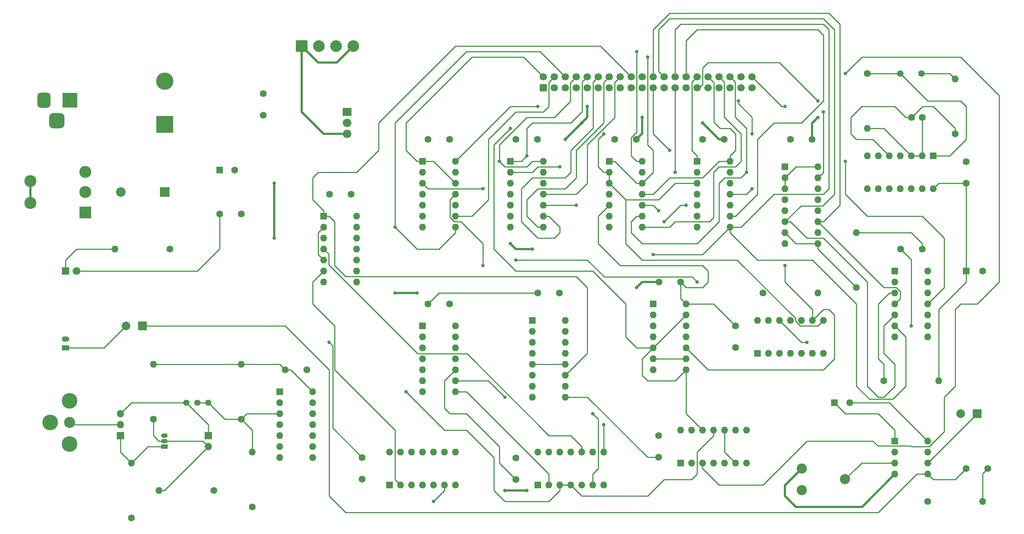
<source format=gbr>
%TF.GenerationSoftware,KiCad,Pcbnew,(6.0.5)*%
%TF.CreationDate,2022-11-22T19:08:20-05:00*%
%TF.ProjectId,full video board,66756c6c-2076-4696-9465-6f20626f6172,rev?*%
%TF.SameCoordinates,Original*%
%TF.FileFunction,Copper,L1,Top*%
%TF.FilePolarity,Positive*%
%FSLAX46Y46*%
G04 Gerber Fmt 4.6, Leading zero omitted, Abs format (unit mm)*
G04 Created by KiCad (PCBNEW (6.0.5)) date 2022-11-22 19:08:20*
%MOMM*%
%LPD*%
G01*
G04 APERTURE LIST*
G04 Aperture macros list*
%AMRoundRect*
0 Rectangle with rounded corners*
0 $1 Rounding radius*
0 $2 $3 $4 $5 $6 $7 $8 $9 X,Y pos of 4 corners*
0 Add a 4 corners polygon primitive as box body*
4,1,4,$2,$3,$4,$5,$6,$7,$8,$9,$2,$3,0*
0 Add four circle primitives for the rounded corners*
1,1,$1+$1,$2,$3*
1,1,$1+$1,$4,$5*
1,1,$1+$1,$6,$7*
1,1,$1+$1,$8,$9*
0 Add four rect primitives between the rounded corners*
20,1,$1+$1,$2,$3,$4,$5,0*
20,1,$1+$1,$4,$5,$6,$7,0*
20,1,$1+$1,$6,$7,$8,$9,0*
20,1,$1+$1,$8,$9,$2,$3,0*%
G04 Aperture macros list end*
%TA.AperFunction,ComponentPad*%
%ADD10RoundRect,0.250001X-1.099999X-1.099999X1.099999X-1.099999X1.099999X1.099999X-1.099999X1.099999X0*%
%TD*%
%TA.AperFunction,ComponentPad*%
%ADD11C,2.700000*%
%TD*%
%TA.AperFunction,ComponentPad*%
%ADD12R,1.700000X1.700000*%
%TD*%
%TA.AperFunction,ComponentPad*%
%ADD13O,1.700000X1.700000*%
%TD*%
%TA.AperFunction,ComponentPad*%
%ADD14RoundRect,0.250000X0.600000X-0.600000X0.600000X0.600000X-0.600000X0.600000X-0.600000X-0.600000X0*%
%TD*%
%TA.AperFunction,ComponentPad*%
%ADD15C,1.700000*%
%TD*%
%TA.AperFunction,ComponentPad*%
%ADD16C,1.500000*%
%TD*%
%TA.AperFunction,ComponentPad*%
%ADD17R,2.000000X1.905000*%
%TD*%
%TA.AperFunction,ComponentPad*%
%ADD18O,2.000000X1.905000*%
%TD*%
%TA.AperFunction,ComponentPad*%
%ADD19R,1.600000X1.600000*%
%TD*%
%TA.AperFunction,ComponentPad*%
%ADD20O,1.600000X1.600000*%
%TD*%
%TA.AperFunction,ComponentPad*%
%ADD21R,2.775000X2.775000*%
%TD*%
%TA.AperFunction,ComponentPad*%
%ADD22C,2.775000*%
%TD*%
%TA.AperFunction,ComponentPad*%
%ADD23C,1.440000*%
%TD*%
%TA.AperFunction,ComponentPad*%
%ADD24C,2.340000*%
%TD*%
%TA.AperFunction,ComponentPad*%
%ADD25C,1.600000*%
%TD*%
%TA.AperFunction,ComponentPad*%
%ADD26R,1.500000X1.050000*%
%TD*%
%TA.AperFunction,ComponentPad*%
%ADD27O,1.500000X1.050000*%
%TD*%
%TA.AperFunction,ComponentPad*%
%ADD28RoundRect,0.250000X0.625000X-0.350000X0.625000X0.350000X-0.625000X0.350000X-0.625000X-0.350000X0*%
%TD*%
%TA.AperFunction,ComponentPad*%
%ADD29O,1.750000X1.200000*%
%TD*%
%TA.AperFunction,ComponentPad*%
%ADD30R,3.500000X3.500000*%
%TD*%
%TA.AperFunction,ComponentPad*%
%ADD31RoundRect,0.750000X-0.750000X-1.000000X0.750000X-1.000000X0.750000X1.000000X-0.750000X1.000000X0*%
%TD*%
%TA.AperFunction,ComponentPad*%
%ADD32RoundRect,0.875000X-0.875000X-0.875000X0.875000X-0.875000X0.875000X0.875000X-0.875000X0.875000X0*%
%TD*%
%TA.AperFunction,ComponentPad*%
%ADD33C,2.550000*%
%TD*%
%TA.AperFunction,ComponentPad*%
%ADD34C,3.616000*%
%TD*%
%TA.AperFunction,ComponentPad*%
%ADD35R,1.800000X1.800000*%
%TD*%
%TA.AperFunction,ComponentPad*%
%ADD36C,1.800000*%
%TD*%
%TA.AperFunction,ComponentPad*%
%ADD37R,2.200000X2.200000*%
%TD*%
%TA.AperFunction,ComponentPad*%
%ADD38O,2.200000X2.200000*%
%TD*%
%TA.AperFunction,ComponentPad*%
%ADD39R,2.000000X2.000000*%
%TD*%
%TA.AperFunction,ComponentPad*%
%ADD40C,2.000000*%
%TD*%
%TA.AperFunction,ComponentPad*%
%ADD41R,4.000000X4.000000*%
%TD*%
%TA.AperFunction,ComponentPad*%
%ADD42C,4.000000*%
%TD*%
%TA.AperFunction,ViaPad*%
%ADD43C,0.800000*%
%TD*%
%TA.AperFunction,Conductor*%
%ADD44C,0.500000*%
%TD*%
%TA.AperFunction,Conductor*%
%ADD45C,0.250000*%
%TD*%
G04 APERTURE END LIST*
D10*
%TO.P,J4,1,Pin_1*%
%TO.N,+5V*%
X168910000Y-95250000D03*
D11*
%TO.P,J4,2,Pin_2*%
%TO.N,GND*%
X172870000Y-95250000D03*
%TO.P,J4,3,Pin_3*%
X176830000Y-95250000D03*
%TO.P,J4,4,Pin_4*%
%TO.N,+5V*%
X180790000Y-95250000D03*
%TD*%
D12*
%TO.P,JP2,1,A*%
%TO.N,Net-(Q1-Pad1)*%
X127000000Y-185420000D03*
D13*
%TO.P,JP2,2,C*%
%TO.N,VIDEOOUT*%
X127000000Y-182880000D03*
%TO.P,JP2,3,B*%
%TO.N,CVID*%
X127000000Y-180340000D03*
%TD*%
D14*
%TO.P,J2,1,Pin_1*%
%TO.N,unconnected-(J2-Pad1)*%
X224790000Y-104892500D03*
D15*
%TO.P,J2,2,Pin_2*%
%TO.N,1V*%
X224790000Y-102352500D03*
%TO.P,J2,3,Pin_3*%
%TO.N,HBLANK*%
X227330000Y-104892500D03*
%TO.P,J2,4,Pin_4*%
%TO.N,2V*%
X227330000Y-102352500D03*
%TO.P,J2,5,Pin_5*%
%TO.N,HRST*%
X229870000Y-104892500D03*
%TO.P,J2,6,Pin_6*%
%TO.N,4V*%
X229870000Y-102352500D03*
%TO.P,J2,7,Pin_7*%
%TO.N,unconnected-(J2-Pad7)*%
X232410000Y-104892500D03*
%TO.P,J2,8,Pin_8*%
%TO.N,8V*%
X232410000Y-102352500D03*
%TO.P,J2,9,Pin_9*%
%TO.N,+9V*%
X234950000Y-104892500D03*
%TO.P,J2,10,Pin_10*%
%TO.N,16V*%
X234950000Y-102352500D03*
%TO.P,J2,11,Pin_11*%
%TO.N,+9V*%
X237490000Y-104892500D03*
%TO.P,J2,12,Pin_12*%
%TO.N,32V*%
X237490000Y-102352500D03*
%TO.P,J2,13,Pin_13*%
%TO.N,unconnected-(J2-Pad13)*%
X240030000Y-104892500D03*
%TO.P,J2,14,Pin_14*%
%TO.N,64V*%
X240030000Y-102352500D03*
%TO.P,J2,15,Pin_15*%
%TO.N,AUDIN*%
X242570000Y-104892500D03*
%TO.P,J2,16,Pin_16*%
%TO.N,128V*%
X242570000Y-102352500D03*
%TO.P,J2,17,Pin_17*%
%TO.N,unconnected-(J2-Pad17)*%
X245110000Y-104892500D03*
%TO.P,J2,18,Pin_18*%
%TO.N,256V*%
X245110000Y-102352500D03*
%TO.P,J2,19,Pin_19*%
%TO.N,unconnected-(J2-Pad19)*%
X247650000Y-104892500D03*
%TO.P,J2,20,Pin_20*%
%TO.N,unconnected-(J2-Pad20)*%
X247650000Y-102352500D03*
%TO.P,J2,21,Pin_21*%
%TO.N,CSYNC*%
X250190000Y-104892500D03*
%TO.P,J2,22,Pin_22*%
%TO.N,256H*%
X250190000Y-102352500D03*
%TO.P,J2,23,Pin_23*%
%TO.N,unconnected-(J2-Pad23)*%
X252730000Y-104892500D03*
%TO.P,J2,24,Pin_24*%
%TO.N,128H*%
X252730000Y-102352500D03*
%TO.P,J2,25,Pin_25*%
%TO.N,CVID*%
X255270000Y-104892500D03*
%TO.P,J2,26,Pin_26*%
%TO.N,64H*%
X255270000Y-102352500D03*
%TO.P,J2,27,Pin_27*%
%TO.N,unconnected-(J2-Pad27)*%
X257810000Y-104892500D03*
%TO.P,J2,28,Pin_28*%
%TO.N,32H*%
X257810000Y-102352500D03*
%TO.P,J2,29,Pin_29*%
%TO.N,GVID*%
X260350000Y-104892500D03*
%TO.P,J2,30,Pin_30*%
%TO.N,16H*%
X260350000Y-102352500D03*
%TO.P,J2,31,Pin_31*%
%TO.N,unconnected-(J2-Pad31)*%
X262890000Y-104892500D03*
%TO.P,J2,32,Pin_32*%
%TO.N,8H*%
X262890000Y-102352500D03*
%TO.P,J2,33,Pin_33*%
%TO.N,unconnected-(J2-Pad33)*%
X265430000Y-104892500D03*
%TO.P,J2,34,Pin_34*%
%TO.N,4H*%
X265430000Y-102352500D03*
%TO.P,J2,35,Pin_35*%
%TO.N,VRST*%
X267970000Y-104892500D03*
%TO.P,J2,36,Pin_36*%
%TO.N,2H*%
X267970000Y-102352500D03*
%TO.P,J2,37,Pin_37*%
%TO.N,VBLANK*%
X270510000Y-104892500D03*
%TO.P,J2,38,Pin_38*%
%TO.N,1H*%
X270510000Y-102352500D03*
%TO.P,J2,39,Pin_39*%
%TO.N,unconnected-(J2-Pad39)*%
X273050000Y-104892500D03*
%TO.P,J2,40,Pin_40*%
%TO.N,HCLK*%
X273050000Y-102352500D03*
%TD*%
D16*
%TO.P,Y1,1,1*%
%TO.N,Net-(R1-Pad1)*%
X307340000Y-101600000D03*
%TO.P,Y1,2,2*%
%TO.N,Net-(R2-Pad2)*%
X312240000Y-101600000D03*
%TD*%
D17*
%TO.P,U19,1,VI*%
%TO.N,+9V*%
X179395000Y-110490000D03*
D18*
%TO.P,U19,2,GND*%
%TO.N,GND*%
X179395000Y-113030000D03*
%TO.P,U19,3,VO*%
%TO.N,+5V*%
X179395000Y-115570000D03*
%TD*%
D19*
%TO.P,U18,1,GAIN*%
%TO.N,Net-(C22-Pad1)*%
X306080000Y-186700000D03*
D20*
%TO.P,U18,2,-*%
%TO.N,GND*%
X306080000Y-189240000D03*
%TO.P,U18,3,+*%
%TO.N,Net-(RV1-Pad2)*%
X306080000Y-191780000D03*
%TO.P,U18,4,GND*%
%TO.N,GND*%
X306080000Y-194320000D03*
%TO.P,U18,5*%
%TO.N,Net-(C23-Pad1)*%
X313700000Y-194320000D03*
%TO.P,U18,6,V+*%
%TO.N,+9V*%
X313700000Y-191780000D03*
%TO.P,U18,7,BYPASS*%
%TO.N,unconnected-(U18-Pad7)*%
X313700000Y-189240000D03*
%TO.P,U18,8,GAIN*%
%TO.N,Net-(C22-Pad2)*%
X313700000Y-186700000D03*
%TD*%
D19*
%TO.P,U16,1*%
%TO.N,Net-(U13-Pad13)*%
X163840000Y-175255000D03*
D20*
%TO.P,U16,2*%
%TO.N,CSYNC*%
X163840000Y-177795000D03*
%TO.P,U16,3*%
%TO.N,Net-(R10-Pad2)*%
X163840000Y-180335000D03*
%TO.P,U16,4*%
%TO.N,N/C*%
X163840000Y-182875000D03*
%TO.P,U16,5*%
X163840000Y-185415000D03*
%TO.P,U16,6*%
X163840000Y-187955000D03*
%TO.P,U16,7,GND*%
%TO.N,GND*%
X163840000Y-190495000D03*
%TO.P,U16,8*%
%TO.N,N/C*%
X171460000Y-190495000D03*
%TO.P,U16,9*%
X171460000Y-187955000D03*
%TO.P,U16,10*%
X171460000Y-185415000D03*
%TO.P,U16,11*%
X171460000Y-182875000D03*
%TO.P,U16,12*%
X171460000Y-180335000D03*
%TO.P,U16,13*%
X171460000Y-177795000D03*
%TO.P,U16,14,VCC*%
%TO.N,+5V*%
X171460000Y-175255000D03*
%TD*%
D19*
%TO.P,U15,1*%
%TO.N,Net-(U15-Pad1)*%
X256535000Y-191760000D03*
D20*
%TO.P,U15,2*%
%TO.N,GVID*%
X259075000Y-191760000D03*
%TO.P,U15,3*%
X261615000Y-191760000D03*
%TO.P,U15,4*%
%TO.N,Net-(U13-Pad12)*%
X264155000Y-191760000D03*
%TO.P,U15,5*%
%TO.N,Net-(U15-Pad1)*%
X266695000Y-191760000D03*
%TO.P,U15,6*%
%TO.N,Net-(U15-Pad10)*%
X269235000Y-191760000D03*
%TO.P,U15,7,GND*%
%TO.N,GND*%
X271775000Y-191760000D03*
%TO.P,U15,8*%
%TO.N,Net-(U15-Pad13)*%
X271775000Y-184140000D03*
%TO.P,U15,9*%
X269235000Y-184140000D03*
%TO.P,U15,10*%
%TO.N,Net-(U15-Pad10)*%
X266695000Y-184140000D03*
%TO.P,U15,11*%
%TO.N,VBLANK*%
X264155000Y-184140000D03*
%TO.P,U15,12*%
%TO.N,HBLANK*%
X261615000Y-184140000D03*
%TO.P,U15,13*%
%TO.N,Net-(U15-Pad13)*%
X259075000Y-184140000D03*
%TO.P,U15,14,VCC*%
%TO.N,+5V*%
X256535000Y-184140000D03*
%TD*%
D19*
%TO.P,U14,1*%
%TO.N,HSYNC*%
X189240000Y-196840000D03*
D20*
%TO.P,U14,2*%
%TO.N,Net-(U14-Pad2)*%
X191780000Y-196840000D03*
%TO.P,U14,3*%
%TO.N,Net-(U13-Pad11)*%
X194320000Y-196840000D03*
%TO.P,U14,4*%
X196860000Y-196840000D03*
%TO.P,U14,5*%
%TO.N,+5V*%
X199400000Y-196840000D03*
%TO.P,U14,6*%
%TO.N,CSYNC*%
X201940000Y-196840000D03*
%TO.P,U14,7,GND*%
%TO.N,GND*%
X204480000Y-196840000D03*
%TO.P,U14,8*%
%TO.N,N/C*%
X204480000Y-189220000D03*
%TO.P,U14,9*%
X201940000Y-189220000D03*
%TO.P,U14,10*%
X199400000Y-189220000D03*
%TO.P,U14,11*%
X196860000Y-189220000D03*
%TO.P,U14,12*%
X194320000Y-189220000D03*
%TO.P,U14,13*%
X191780000Y-189220000D03*
%TO.P,U14,14,VCC*%
%TO.N,+5V*%
X189240000Y-189220000D03*
%TD*%
D19*
%TO.P,U13,1*%
%TO.N,Net-(U13-Pad1)*%
X223515000Y-196840000D03*
D20*
%TO.P,U13,2*%
%TO.N,VRST*%
X226055000Y-196840000D03*
%TO.P,U13,3*%
%TO.N,VBLANK*%
X228595000Y-196840000D03*
%TO.P,U13,4*%
X231135000Y-196840000D03*
%TO.P,U13,5*%
%TO.N,Net-(U13-Pad1)*%
X233675000Y-196840000D03*
%TO.P,U13,6*%
%TO.N,16V*%
X236215000Y-196840000D03*
%TO.P,U13,7,GND*%
%TO.N,GND*%
X238755000Y-196840000D03*
%TO.P,U13,8*%
%TO.N,8V*%
X238755000Y-189220000D03*
%TO.P,U13,9*%
X236215000Y-189220000D03*
%TO.P,U13,10*%
%TO.N,Net-(U8-Pad4)*%
X233675000Y-189220000D03*
%TO.P,U13,11*%
%TO.N,Net-(U13-Pad11)*%
X231135000Y-189220000D03*
%TO.P,U13,12*%
%TO.N,Net-(U13-Pad12)*%
X228595000Y-189220000D03*
%TO.P,U13,13*%
%TO.N,Net-(U13-Pad13)*%
X226055000Y-189220000D03*
%TO.P,U13,14,VCC*%
%TO.N,+5V*%
X223515000Y-189220000D03*
%TD*%
D19*
%TO.P,U12,1,CP1..3*%
%TO.N,16V*%
X217180000Y-121915000D03*
D20*
%TO.P,U12,2,R0(1)*%
%TO.N,VRST*%
X217180000Y-124455000D03*
%TO.P,U12,3,R0(2)*%
X217180000Y-126995000D03*
%TO.P,U12,4*%
%TO.N,N/C*%
X217180000Y-129535000D03*
%TO.P,U12,5,VCC*%
%TO.N,+5V*%
X217180000Y-132075000D03*
%TO.P,U12,6*%
%TO.N,N/C*%
X217180000Y-134615000D03*
%TO.P,U12,7*%
X217180000Y-137155000D03*
%TO.P,U12,8,Q2*%
%TO.N,64V*%
X224800000Y-137155000D03*
%TO.P,U12,9,Q1*%
%TO.N,32V*%
X224800000Y-134615000D03*
%TO.P,U12,10,GND*%
%TO.N,GND*%
X224800000Y-132075000D03*
%TO.P,U12,11,Q3*%
%TO.N,128V*%
X224800000Y-129535000D03*
%TO.P,U12,12,Q0*%
%TO.N,16V*%
X224800000Y-126995000D03*
%TO.P,U12,13*%
%TO.N,N/C*%
X224800000Y-124455000D03*
%TO.P,U12,14,CP0*%
%TO.N,8V*%
X224800000Y-121915000D03*
%TD*%
D19*
%TO.P,U11,1,CP1..3*%
%TO.N,1V*%
X196860000Y-121915000D03*
D20*
%TO.P,U11,2,R0(1)*%
%TO.N,VRST*%
X196860000Y-124455000D03*
%TO.P,U11,3,R0(2)*%
X196860000Y-126995000D03*
%TO.P,U11,4*%
%TO.N,N/C*%
X196860000Y-129535000D03*
%TO.P,U11,5,VCC*%
%TO.N,+5V*%
X196860000Y-132075000D03*
%TO.P,U11,6*%
%TO.N,N/C*%
X196860000Y-134615000D03*
%TO.P,U11,7*%
X196860000Y-137155000D03*
%TO.P,U11,8,Q2*%
%TO.N,4V*%
X204480000Y-137155000D03*
%TO.P,U11,9,Q1*%
%TO.N,2V*%
X204480000Y-134615000D03*
%TO.P,U11,10,GND*%
%TO.N,GND*%
X204480000Y-132075000D03*
%TO.P,U11,11,Q3*%
%TO.N,8V*%
X204480000Y-129535000D03*
%TO.P,U11,12,Q0*%
%TO.N,1V*%
X204480000Y-126995000D03*
%TO.P,U11,13*%
%TO.N,N/C*%
X204480000Y-124455000D03*
%TO.P,U11,14,CP0*%
%TO.N,HRST*%
X204480000Y-121915000D03*
%TD*%
D19*
%TO.P,U10,1*%
%TO.N,N/C*%
X222260000Y-158765000D03*
D20*
%TO.P,U10,2*%
X222260000Y-161305000D03*
%TO.P,U10,3*%
X222260000Y-163845000D03*
%TO.P,U10,4*%
X222260000Y-166385000D03*
%TO.P,U10,5,VCC*%
%TO.N,+5V*%
X222260000Y-168925000D03*
%TO.P,U10,6,C*%
%TO.N,128V*%
X222260000Y-171465000D03*
%TO.P,U10,7,~{S}*%
%TO.N,+5V*%
X222260000Y-174005000D03*
%TO.P,U10,8,~{R}*%
%TO.N,Net-(U10-Pad8)*%
X222260000Y-176545000D03*
%TO.P,U10,9,J*%
%TO.N,+5V*%
X229880000Y-176545000D03*
%TO.P,U10,10,~{Q}*%
%TO.N,unconnected-(U10-Pad10)*%
X229880000Y-174005000D03*
%TO.P,U10,11,Q*%
%TO.N,256V*%
X229880000Y-171465000D03*
%TO.P,U10,12,K*%
%TO.N,+5V*%
X229880000Y-168925000D03*
%TO.P,U10,13,GND*%
%TO.N,GND*%
X229880000Y-166385000D03*
%TO.P,U10,14*%
%TO.N,N/C*%
X229880000Y-163845000D03*
%TO.P,U10,15*%
X229880000Y-161305000D03*
%TO.P,U10,16*%
X229880000Y-158765000D03*
%TD*%
D19*
%TO.P,U9,1*%
%TO.N,N/C*%
X196860000Y-160015000D03*
D20*
%TO.P,U9,2*%
X196860000Y-162555000D03*
%TO.P,U9,3*%
X196860000Y-165095000D03*
%TO.P,U9,4*%
X196860000Y-167635000D03*
%TO.P,U9,5*%
X196860000Y-170175000D03*
%TO.P,U9,6*%
X196860000Y-172715000D03*
%TO.P,U9,7,GND*%
%TO.N,GND*%
X196860000Y-175255000D03*
%TO.P,U9,8,~{Q}*%
%TO.N,VRST*%
X204480000Y-175255000D03*
%TO.P,U9,9,Q*%
%TO.N,Net-(U10-Pad8)*%
X204480000Y-172715000D03*
%TO.P,U9,10,~{S}*%
%TO.N,+5V*%
X204480000Y-170175000D03*
%TO.P,U9,11,C*%
%TO.N,HRST*%
X204480000Y-167635000D03*
%TO.P,U9,12,D*%
%TO.N,Net-(U8-Pad12)*%
X204480000Y-165095000D03*
%TO.P,U9,13,~{R}*%
%TO.N,+5V*%
X204480000Y-162555000D03*
%TO.P,U9,14,VCC*%
X204480000Y-160015000D03*
%TD*%
D19*
%TO.P,U8,1*%
%TO.N,256V*%
X174000000Y-134615000D03*
D20*
%TO.P,U8,2*%
%TO.N,4V*%
X174000000Y-137155000D03*
%TO.P,U8,3*%
%TO.N,VBLANK*%
X174000000Y-139695000D03*
%TO.P,U8,4*%
%TO.N,Net-(U8-Pad4)*%
X174000000Y-142235000D03*
%TO.P,U8,5*%
%TO.N,4V*%
X174000000Y-144775000D03*
%TO.P,U8,6*%
%TO.N,Net-(U14-Pad2)*%
X174000000Y-147315000D03*
%TO.P,U8,7,GND*%
%TO.N,GND*%
X174000000Y-149855000D03*
%TO.P,U8,8*%
%TO.N,N/C*%
X181620000Y-149855000D03*
%TO.P,U8,9*%
X181620000Y-147315000D03*
%TO.P,U8,10*%
X181620000Y-144775000D03*
%TO.P,U8,11*%
X181620000Y-142235000D03*
%TO.P,U8,12*%
%TO.N,Net-(U8-Pad12)*%
X181620000Y-139695000D03*
%TO.P,U8,13*%
%TO.N,1V*%
X181620000Y-137155000D03*
%TO.P,U8,14,VCC*%
%TO.N,+5V*%
X181620000Y-134615000D03*
%TD*%
D19*
%TO.P,U7,1*%
%TO.N,Net-(R3-Pad1)*%
X306080000Y-147315000D03*
D20*
%TO.P,U7,2*%
X306080000Y-149855000D03*
%TO.P,U7,3*%
X306080000Y-152395000D03*
%TO.P,U7,4*%
%TO.N,256H*%
X306080000Y-154935000D03*
%TO.P,U7,5*%
%TO.N,128H*%
X306080000Y-157475000D03*
%TO.P,U7,6*%
%TO.N,64H*%
X306080000Y-160015000D03*
%TO.P,U7,7,GND*%
%TO.N,GND*%
X306080000Y-162555000D03*
%TO.P,U7,8*%
%TO.N,Net-(U5-Pad12)*%
X313700000Y-162555000D03*
%TO.P,U7,9*%
%TO.N,N/C*%
X313700000Y-160015000D03*
%TO.P,U7,10*%
X313700000Y-157475000D03*
%TO.P,U7,11*%
%TO.N,4H*%
X313700000Y-154935000D03*
%TO.P,U7,12*%
%TO.N,2H*%
X313700000Y-152395000D03*
%TO.P,U7,13*%
%TO.N,N/C*%
X313700000Y-149855000D03*
%TO.P,U7,14,VCC*%
%TO.N,+5V*%
X313700000Y-147315000D03*
%TD*%
D19*
%TO.P,U6,1*%
%TO.N,64H*%
X250200000Y-154935000D03*
D20*
%TO.P,U6,2*%
%TO.N,16H*%
X250200000Y-157475000D03*
%TO.P,U6,3*%
%TO.N,Net-(U6-Pad3)*%
X250200000Y-160015000D03*
%TO.P,U6,4*%
X250200000Y-162555000D03*
%TO.P,U6,5*%
%TO.N,HBLANK*%
X250200000Y-165095000D03*
%TO.P,U6,6*%
%TO.N,Net-(U6-Pad6)*%
X250200000Y-167635000D03*
%TO.P,U6,7,GND*%
%TO.N,GND*%
X250200000Y-170175000D03*
%TO.P,U6,8*%
%TO.N,HBLANK*%
X257820000Y-170175000D03*
%TO.P,U6,9*%
%TO.N,Net-(U6-Pad6)*%
X257820000Y-167635000D03*
%TO.P,U6,10*%
%TO.N,Net-(U2-Pad8)*%
X257820000Y-165095000D03*
%TO.P,U6,11*%
%TO.N,HSYNC*%
X257820000Y-162555000D03*
%TO.P,U6,12*%
%TO.N,32H*%
X257820000Y-160015000D03*
%TO.P,U6,13*%
%TO.N,HBLANK*%
X257820000Y-157475000D03*
%TO.P,U6,14,VCC*%
%TO.N,+5V*%
X257820000Y-154935000D03*
%TD*%
D19*
%TO.P,U5,1*%
%TO.N,N/C*%
X274315000Y-166360000D03*
D20*
%TO.P,U5,2*%
X276855000Y-166360000D03*
%TO.P,U5,3*%
X279395000Y-166360000D03*
%TO.P,U5,4*%
X281935000Y-166360000D03*
%TO.P,U5,5*%
X284475000Y-166360000D03*
%TO.P,U5,6*%
X287015000Y-166360000D03*
%TO.P,U5,7,GND*%
%TO.N,GND*%
X289555000Y-166360000D03*
%TO.P,U5,8,~{Q}*%
%TO.N,HRST*%
X289555000Y-158740000D03*
%TO.P,U5,9,Q*%
%TO.N,Net-(U2-Pad8)*%
X287015000Y-158740000D03*
%TO.P,U5,10,~{S}*%
%TO.N,Net-(R5-Pad1)*%
X284475000Y-158740000D03*
%TO.P,U5,11,C*%
%TO.N,HCLK*%
X281935000Y-158740000D03*
%TO.P,U5,12,D*%
%TO.N,Net-(U5-Pad12)*%
X279395000Y-158740000D03*
%TO.P,U5,13,~{R}*%
%TO.N,Net-(R5-Pad1)*%
X276855000Y-158740000D03*
%TO.P,U5,14,VCC*%
%TO.N,+5V*%
X274315000Y-158740000D03*
%TD*%
D19*
%TO.P,U4,1,CP1..3*%
%TO.N,16H*%
X260360000Y-121915000D03*
D20*
%TO.P,U4,2,R0(1)*%
%TO.N,HRST*%
X260360000Y-124455000D03*
%TO.P,U4,3,R0(2)*%
X260360000Y-126995000D03*
%TO.P,U4,4*%
%TO.N,N/C*%
X260360000Y-129535000D03*
%TO.P,U4,5,VCC*%
%TO.N,+5V*%
X260360000Y-132075000D03*
%TO.P,U4,6*%
%TO.N,N/C*%
X260360000Y-134615000D03*
%TO.P,U4,7*%
X260360000Y-137155000D03*
%TO.P,U4,8,Q2*%
%TO.N,64H*%
X267980000Y-137155000D03*
%TO.P,U4,9,Q1*%
%TO.N,32H*%
X267980000Y-134615000D03*
%TO.P,U4,10,GND*%
%TO.N,GND*%
X267980000Y-132075000D03*
%TO.P,U4,11,Q3*%
%TO.N,128H*%
X267980000Y-129535000D03*
%TO.P,U4,12,Q0*%
%TO.N,16H*%
X267980000Y-126995000D03*
%TO.P,U4,13*%
%TO.N,N/C*%
X267980000Y-124455000D03*
%TO.P,U4,14,CP0*%
%TO.N,8H*%
X267980000Y-121915000D03*
%TD*%
D19*
%TO.P,U3,1,CP1..3*%
%TO.N,1H*%
X240040000Y-121920000D03*
D20*
%TO.P,U3,2,R0(1)*%
%TO.N,HRST*%
X240040000Y-124460000D03*
%TO.P,U3,3,R0(2)*%
X240040000Y-127000000D03*
%TO.P,U3,4*%
%TO.N,N/C*%
X240040000Y-129540000D03*
%TO.P,U3,5,VCC*%
%TO.N,+5V*%
X240040000Y-132080000D03*
%TO.P,U3,6*%
%TO.N,N/C*%
X240040000Y-134620000D03*
%TO.P,U3,7*%
X240040000Y-137160000D03*
%TO.P,U3,8,Q2*%
%TO.N,4H*%
X247660000Y-137160000D03*
%TO.P,U3,9,Q1*%
%TO.N,2H*%
X247660000Y-134620000D03*
%TO.P,U3,10,GND*%
%TO.N,GND*%
X247660000Y-132080000D03*
%TO.P,U3,11,Q3*%
%TO.N,8H*%
X247660000Y-129540000D03*
%TO.P,U3,12,Q0*%
%TO.N,1H*%
X247660000Y-127000000D03*
%TO.P,U3,13*%
%TO.N,N/C*%
X247660000Y-124460000D03*
%TO.P,U3,14,CP0*%
%TO.N,HCLK*%
X247660000Y-121920000D03*
%TD*%
D19*
%TO.P,U2,1,C*%
%TO.N,Net-(U1-Pad4)*%
X280680000Y-123205000D03*
D20*
%TO.P,U2,2,~{S}*%
%TO.N,+5V*%
X280680000Y-125745000D03*
%TO.P,U2,3,~{R}*%
X280680000Y-128285000D03*
%TO.P,U2,4,J*%
X280680000Y-130825000D03*
%TO.P,U2,5,VCC*%
X280680000Y-133365000D03*
%TO.P,U2,6,C*%
%TO.N,128H*%
X280680000Y-135905000D03*
%TO.P,U2,7,~{S}*%
%TO.N,Net-(R4-Pad1)*%
X280680000Y-138445000D03*
%TO.P,U2,8,~{R}*%
%TO.N,Net-(U2-Pad8)*%
X280680000Y-140985000D03*
%TO.P,U2,9,J*%
%TO.N,Net-(R4-Pad1)*%
X288300000Y-140985000D03*
%TO.P,U2,10,~{Q}*%
%TO.N,unconnected-(U2-Pad10)*%
X288300000Y-138445000D03*
%TO.P,U2,11,Q*%
%TO.N,256H*%
X288300000Y-135905000D03*
%TO.P,U2,12,K*%
%TO.N,Net-(R4-Pad1)*%
X288300000Y-133365000D03*
%TO.P,U2,13,GND*%
%TO.N,GND*%
X288300000Y-130825000D03*
%TO.P,U2,14,~{Q}*%
%TO.N,unconnected-(U2-Pad14)*%
X288300000Y-128285000D03*
%TO.P,U2,15,Q*%
%TO.N,HCLK*%
X288300000Y-125745000D03*
%TO.P,U2,16,K*%
%TO.N,+5V*%
X288300000Y-123205000D03*
%TD*%
D19*
%TO.P,U1,1*%
%TO.N,Net-(R1-Pad1)*%
X314965000Y-120660000D03*
D20*
%TO.P,U1,2*%
%TO.N,Net-(C1-Pad2)*%
X312425000Y-120660000D03*
%TO.P,U1,3*%
X309885000Y-120660000D03*
%TO.P,U1,4*%
%TO.N,Net-(U1-Pad4)*%
X307345000Y-120660000D03*
%TO.P,U1,5*%
%TO.N,Net-(C1-Pad1)*%
X304805000Y-120660000D03*
%TO.P,U1,6*%
%TO.N,Net-(R2-Pad2)*%
X302265000Y-120660000D03*
%TO.P,U1,7,GND*%
%TO.N,GND*%
X299725000Y-120660000D03*
%TO.P,U1,8*%
%TO.N,N/C*%
X299725000Y-128280000D03*
%TO.P,U1,9*%
X302265000Y-128280000D03*
%TO.P,U1,10*%
X304805000Y-128280000D03*
%TO.P,U1,11*%
X307345000Y-128280000D03*
%TO.P,U1,12*%
X309885000Y-128280000D03*
%TO.P,U1,13*%
X312425000Y-128280000D03*
%TO.P,U1,14,VCC*%
%TO.N,+5V*%
X314965000Y-128280000D03*
%TD*%
D21*
%TO.P,S1,1*%
%TO.N,unconnected-(S1-Pad1)*%
X118845000Y-133780000D03*
D22*
%TO.P,S1,2*%
%TO.N,Net-(J3-Pad1)*%
X118845000Y-129080000D03*
%TO.P,S1,3*%
%TO.N,Net-(D1-Pad2)*%
X118845000Y-124380000D03*
%TO.P,S1,S1,SHIELD*%
%TO.N,Net-(S1-PadS1)*%
X106145000Y-126540000D03*
%TO.P,S1,S2,SHIELD*%
X106145000Y-131620000D03*
%TD*%
D23*
%TO.P,RV2,1,1*%
%TO.N,Net-(R10-Pad2)*%
X147320000Y-177800000D03*
%TO.P,RV2,2,2*%
X144780000Y-177800000D03*
%TO.P,RV2,3,3*%
%TO.N,CVID*%
X142240000Y-177800000D03*
%TD*%
D24*
%TO.P,RV1,1,1*%
%TO.N,AUDIN*%
X284560000Y-198055000D03*
%TO.P,RV1,2,2*%
%TO.N,Net-(RV1-Pad2)*%
X294560000Y-195555000D03*
%TO.P,RV1,3,3*%
%TO.N,GND*%
X284560000Y-193055000D03*
%TD*%
D25*
%TO.P,R12,1*%
%TO.N,GND*%
X138430000Y-142240000D03*
D20*
%TO.P,R12,2*%
%TO.N,Net-(D2-Pad1)*%
X125730000Y-142240000D03*
%TD*%
D25*
%TO.P,R11,1*%
%TO.N,GND*%
X313690000Y-200660000D03*
D20*
%TO.P,R11,2*%
%TO.N,Net-(C23-Pad2)*%
X326390000Y-200660000D03*
%TD*%
D25*
%TO.P,R10,1*%
%TO.N,GND*%
X157480000Y-201930000D03*
D20*
%TO.P,R10,2*%
%TO.N,Net-(R10-Pad2)*%
X157480000Y-189230000D03*
%TD*%
D25*
%TO.P,R9,1*%
%TO.N,Net-(R10-Pad2)*%
X154940000Y-181610000D03*
D20*
%TO.P,R9,2*%
%TO.N,+5V*%
X154940000Y-168910000D03*
%TD*%
%TO.P,R8,2*%
%TO.N,Net-(Q1-Pad1)*%
X129540000Y-191770000D03*
D25*
%TO.P,R8,1*%
%TO.N,GND*%
X129540000Y-204470000D03*
%TD*%
%TO.P,R7,1*%
%TO.N,GND*%
X148590000Y-198120000D03*
D20*
%TO.P,R7,2*%
%TO.N,Net-(Q1-Pad2)*%
X135890000Y-198120000D03*
%TD*%
D25*
%TO.P,R6,1*%
%TO.N,Net-(Q1-Pad2)*%
X134620000Y-181610000D03*
D20*
%TO.P,R6,2*%
%TO.N,+5V*%
X134620000Y-168910000D03*
%TD*%
D25*
%TO.P,R5,1*%
%TO.N,Net-(R5-Pad1)*%
X275590000Y-152400000D03*
D20*
%TO.P,R5,2*%
%TO.N,+5V*%
X288290000Y-152400000D03*
%TD*%
D25*
%TO.P,R4,1*%
%TO.N,Net-(R4-Pad1)*%
X297180000Y-151130000D03*
D20*
%TO.P,R4,2*%
%TO.N,+5V*%
X297180000Y-138430000D03*
%TD*%
D25*
%TO.P,R3,1*%
%TO.N,Net-(R3-Pad1)*%
X303530000Y-172720000D03*
D20*
%TO.P,R3,2*%
%TO.N,+5V*%
X316230000Y-172720000D03*
%TD*%
D25*
%TO.P,R2,1*%
%TO.N,Net-(C1-Pad1)*%
X320040000Y-115570000D03*
D20*
%TO.P,R2,2*%
%TO.N,Net-(R2-Pad2)*%
X320040000Y-102870000D03*
%TD*%
D25*
%TO.P,R1,1*%
%TO.N,Net-(R1-Pad1)*%
X299720000Y-101600000D03*
D20*
%TO.P,R1,2*%
%TO.N,Net-(C1-Pad2)*%
X299720000Y-114300000D03*
%TD*%
D26*
%TO.P,Q1,1,E*%
%TO.N,Net-(Q1-Pad1)*%
X137160000Y-187960000D03*
D27*
%TO.P,Q1,2,B*%
%TO.N,Net-(Q1-Pad2)*%
X137160000Y-186690000D03*
%TO.P,Q1,3,C*%
%TO.N,+5V*%
X137160000Y-185420000D03*
%TD*%
D12*
%TO.P,JP1,1,A*%
%TO.N,CVID*%
X147320000Y-185420000D03*
D13*
%TO.P,JP1,2,B*%
%TO.N,Net-(Q1-Pad2)*%
X147320000Y-187960000D03*
%TD*%
D28*
%TO.P,J5,1,Pin_1*%
%TO.N,Net-(C24-Pad2)*%
X114300000Y-165100000D03*
D29*
%TO.P,J5,2,Pin_2*%
%TO.N,GND*%
X114300000Y-163100000D03*
%TD*%
D30*
%TO.P,J3,1*%
%TO.N,Net-(J3-Pad1)*%
X115250000Y-107802500D03*
D31*
%TO.P,J3,2*%
%TO.N,GND*%
X109250000Y-107802500D03*
D32*
%TO.P,J3,3*%
%TO.N,N/C*%
X112250000Y-112502500D03*
%TD*%
D33*
%TO.P,J1,2,2*%
%TO.N,VIDEOOUT*%
X115200000Y-182420000D03*
D34*
%TO.P,J1,1A,1*%
%TO.N,GND*%
X115200000Y-177420000D03*
%TO.P,J1,1B,1*%
X115200000Y-187420000D03*
%TO.P,J1,1C,1*%
X110700000Y-182420000D03*
%TD*%
D35*
%TO.P,D2,1,K*%
%TO.N,Net-(D2-Pad1)*%
X114300000Y-147320000D03*
D36*
%TO.P,D2,2,A*%
%TO.N,+5V*%
X116840000Y-147320000D03*
%TD*%
D37*
%TO.P,D1,1,K*%
%TO.N,+9V*%
X137190000Y-129080000D03*
D38*
%TO.P,D1,2,A*%
%TO.N,Net-(D1-Pad2)*%
X127030000Y-129080000D03*
%TD*%
D25*
%TO.P,C26,1*%
%TO.N,+5V*%
X149890000Y-134160000D03*
%TO.P,C26,2*%
%TO.N,GND*%
X154890000Y-134160000D03*
%TD*%
D19*
%TO.P,C25,1*%
%TO.N,+5V*%
X149890000Y-124000000D03*
D25*
%TO.P,C25,2*%
%TO.N,GND*%
X153390000Y-124000000D03*
%TD*%
D39*
%TO.P,C24,1*%
%TO.N,Net-(C23-Pad1)*%
X132080000Y-160020000D03*
D40*
%TO.P,C24,2*%
%TO.N,Net-(C24-Pad2)*%
X128280000Y-160020000D03*
%TD*%
D25*
%TO.P,C23,1*%
%TO.N,Net-(C23-Pad1)*%
X322580000Y-193040000D03*
%TO.P,C23,2*%
%TO.N,Net-(C23-Pad2)*%
X327580000Y-193040000D03*
%TD*%
D19*
%TO.P,C22,1*%
%TO.N,Net-(C22-Pad1)*%
X292100000Y-177800000D03*
D25*
%TO.P,C22,2*%
%TO.N,Net-(C22-Pad2)*%
X295600000Y-177800000D03*
%TD*%
D39*
%TO.P,C21,1*%
%TO.N,+9V*%
X325120000Y-180340000D03*
D40*
%TO.P,C21,2*%
%TO.N,GND*%
X321320000Y-180340000D03*
%TD*%
D25*
%TO.P,C20,1*%
%TO.N,+9V*%
X160020000Y-111300000D03*
%TO.P,C20,2*%
%TO.N,GND*%
X160020000Y-106300000D03*
%TD*%
D41*
%TO.P,C19,1*%
%TO.N,+9V*%
X137190000Y-113382858D03*
D42*
%TO.P,C19,2*%
%TO.N,GND*%
X137190000Y-103382858D03*
%TD*%
D25*
%TO.P,C18,1*%
%TO.N,+5V*%
X218440000Y-195580000D03*
%TO.P,C18,2*%
%TO.N,GND*%
X218440000Y-190580000D03*
%TD*%
D19*
%TO.P,C17,1*%
%TO.N,+5V*%
X322580000Y-147320000D03*
D25*
%TO.P,C17,2*%
%TO.N,GND*%
X326380000Y-147320000D03*
%TD*%
%TO.P,C16,1*%
%TO.N,+5V*%
X251460000Y-190460000D03*
%TO.P,C16,2*%
%TO.N,GND*%
X251460000Y-185460000D03*
%TD*%
%TO.P,C15,1*%
%TO.N,+5V*%
X218440000Y-116840000D03*
%TO.P,C15,2*%
%TO.N,GND*%
X223440000Y-116840000D03*
%TD*%
%TO.P,C14,1*%
%TO.N,+5V*%
X198120000Y-116840000D03*
%TO.P,C14,2*%
%TO.N,GND*%
X203120000Y-116840000D03*
%TD*%
%TO.P,C13,1*%
%TO.N,+5V*%
X312420000Y-142240000D03*
%TO.P,C13,2*%
%TO.N,GND*%
X307420000Y-142240000D03*
%TD*%
%TO.P,C12,1*%
%TO.N,+5V*%
X223520000Y-152400000D03*
%TO.P,C12,2*%
%TO.N,GND*%
X228520000Y-152400000D03*
%TD*%
%TO.P,C11,1*%
%TO.N,+5V*%
X269240000Y-160020000D03*
%TO.P,C11,2*%
%TO.N,GND*%
X269240000Y-165020000D03*
%TD*%
%TO.P,C10,1*%
%TO.N,+5V*%
X182880000Y-190500000D03*
%TO.P,C10,2*%
%TO.N,GND*%
X182880000Y-195500000D03*
%TD*%
%TO.P,C9,1*%
%TO.N,+5V*%
X165100000Y-170180000D03*
%TO.P,C9,2*%
%TO.N,GND*%
X170100000Y-170180000D03*
%TD*%
%TO.P,C8,1*%
%TO.N,+5V*%
X256540000Y-149860000D03*
%TO.P,C8,2*%
%TO.N,GND*%
X251540000Y-149860000D03*
%TD*%
%TO.P,C7,1*%
%TO.N,+5V*%
X180300000Y-129540000D03*
%TO.P,C7,2*%
%TO.N,GND*%
X175300000Y-129540000D03*
%TD*%
%TO.P,C6,1*%
%TO.N,+5V*%
X198120000Y-154940000D03*
%TO.P,C6,2*%
%TO.N,GND*%
X203120000Y-154940000D03*
%TD*%
%TO.P,C5,1*%
%TO.N,+5V*%
X241300000Y-116840000D03*
%TO.P,C5,2*%
%TO.N,GND*%
X246300000Y-116840000D03*
%TD*%
%TO.P,C4,1*%
%TO.N,+5V*%
X261620000Y-116840000D03*
%TO.P,C4,2*%
%TO.N,GND*%
X266620000Y-116840000D03*
%TD*%
%TO.P,C3,1*%
%TO.N,+5V*%
X281940000Y-116840000D03*
%TO.P,C3,2*%
%TO.N,GND*%
X286940000Y-116840000D03*
%TD*%
%TO.P,C2,1*%
%TO.N,+5V*%
X322580000Y-127000000D03*
%TO.P,C2,2*%
%TO.N,GND*%
X322580000Y-122000000D03*
%TD*%
%TO.P,C1,1*%
%TO.N,Net-(C1-Pad1)*%
X309920000Y-111760000D03*
%TO.P,C1,2*%
%TO.N,Net-(C1-Pad2)*%
X312420000Y-111760000D03*
%TD*%
D43*
%TO.N,GND*%
X190500000Y-152400000D03*
X195580000Y-152400000D03*
%TO.N,+5V*%
X175260000Y-163830000D03*
%TO.N,GND*%
X217170000Y-140970000D03*
X222250000Y-142240000D03*
X309880000Y-160020000D03*
X288290000Y-111760000D03*
X220980000Y-198120000D03*
X215900000Y-198120000D03*
X246380000Y-151130000D03*
X251460000Y-133350000D03*
X162560000Y-139700000D03*
X162560000Y-127000000D03*
X232410000Y-132080000D03*
X229870000Y-116840000D03*
X233680000Y-113030000D03*
X234950000Y-109220000D03*
X247650000Y-111760000D03*
X261620000Y-113030000D03*
%TO.N,HRST*%
X223520000Y-109220000D03*
%TO.N,16H*%
X257810000Y-132080000D03*
X252730000Y-135890000D03*
%TO.N,64H*%
X250190000Y-143510000D03*
%TO.N,16V*%
X220980000Y-120650000D03*
%TO.N,HCLK*%
X280670000Y-109220000D03*
X289560000Y-110490000D03*
%TO.N,128H*%
X273050000Y-128270000D03*
%TO.N,4V*%
X190500000Y-137160000D03*
%TO.N,Net-(U10-Pad8)*%
X215900000Y-176530000D03*
%TO.N,VBLANK*%
X193040000Y-175260000D03*
%TO.N,CVID*%
X218440000Y-144780000D03*
X260350000Y-149860000D03*
X255270000Y-124460000D03*
%TO.N,GVID*%
X288290000Y-107950000D03*
X294640000Y-101600000D03*
%TO.N,VRST*%
X269869011Y-107950000D03*
X273050000Y-115570000D03*
X228600000Y-123190000D03*
X210820000Y-128270000D03*
%TO.N,8V*%
X238760000Y-182880000D03*
X238760000Y-182880000D03*
X210820000Y-146050000D03*
X214630000Y-121920000D03*
%TO.N,HCLK*%
X246380000Y-96520000D03*
%TO.N,1H*%
X248920000Y-97790000D03*
%TO.N,Net-(U2-Pad8)*%
X280670000Y-146050000D03*
%TO.N,16V*%
X236220000Y-180340000D03*
%TO.N,CSYNC*%
X254000000Y-119380000D03*
X199390000Y-200660000D03*
%TO.N,Net-(U5-Pad12)*%
X285750000Y-163830000D03*
%TO.N,4H*%
X294640000Y-121920000D03*
%TO.N,2H*%
X271780000Y-124460000D03*
%TO.N,HRST*%
X238760000Y-115570000D03*
%TO.N,HBLANK*%
X217170000Y-114300000D03*
%TD*%
D44*
%TO.N,+5V*%
X168910000Y-110490000D02*
X173990000Y-115570000D01*
X173990000Y-115570000D02*
X179395000Y-115570000D01*
X168910000Y-95250000D02*
X168910000Y-110490000D01*
%TO.N,Net-(S1-PadS1)*%
X106145000Y-126540000D02*
X106145000Y-131620000D01*
%TO.N,GND*%
X195580000Y-152400000D02*
X190500000Y-152400000D01*
D45*
%TO.N,+5V*%
X176080480Y-164650480D02*
X175260000Y-163830000D01*
X176080480Y-183700480D02*
X176080480Y-164650480D01*
X182880000Y-190500000D02*
X176080480Y-183700480D01*
D44*
%TO.N,GND*%
X218440000Y-142240000D02*
X217170000Y-140970000D01*
X222250000Y-142240000D02*
X218440000Y-142240000D01*
D45*
%TO.N,Net-(R4-Pad1)*%
X288300000Y-142250000D02*
X297180000Y-151130000D01*
X288300000Y-140985000D02*
X288300000Y-142250000D01*
%TO.N,GND*%
X309880000Y-144700000D02*
X309880000Y-160020000D01*
X307420000Y-142240000D02*
X309880000Y-144700000D01*
%TO.N,Net-(C1-Pad1)*%
X295910000Y-111760000D02*
X298450000Y-109220000D01*
X295910000Y-115570000D02*
X295910000Y-111760000D01*
X306070000Y-109220000D02*
X308610000Y-111760000D01*
X308610000Y-111760000D02*
X309920000Y-111760000D01*
X298450000Y-109220000D02*
X306070000Y-109220000D01*
X300985000Y-116840000D02*
X297180000Y-116840000D01*
X304805000Y-120660000D02*
X300985000Y-116840000D01*
X297180000Y-116840000D02*
X295910000Y-115570000D01*
D44*
%TO.N,GND*%
X286940000Y-113110000D02*
X286940000Y-116840000D01*
X288290000Y-111760000D02*
X286940000Y-113110000D01*
D45*
%TO.N,+5V*%
X322580000Y-149860000D02*
X322580000Y-147320000D01*
X316230000Y-172720000D02*
X316230000Y-156210000D01*
X316230000Y-156210000D02*
X322580000Y-149860000D01*
D44*
%TO.N,GND*%
X280765000Y-196850000D02*
X284560000Y-193055000D01*
D45*
X280670000Y-196850000D02*
X280765000Y-196850000D01*
D44*
X280670000Y-199390000D02*
X280670000Y-196850000D01*
X298470000Y-201930000D02*
X283210000Y-201930000D01*
X306080000Y-194320000D02*
X298470000Y-201930000D01*
X283210000Y-201930000D02*
X280670000Y-199390000D01*
X220980000Y-198120000D02*
X215900000Y-198120000D01*
D45*
%TO.N,+5V*%
X229880000Y-168925000D02*
X222260000Y-168925000D01*
D44*
%TO.N,GND*%
X247650000Y-149860000D02*
X246380000Y-151130000D01*
X251540000Y-149860000D02*
X247650000Y-149860000D01*
D45*
X250190000Y-132080000D02*
X247660000Y-132080000D01*
X251460000Y-133350000D02*
X250190000Y-132080000D01*
D44*
X162560000Y-127000000D02*
X162560000Y-139700000D01*
D45*
X232405000Y-132075000D02*
X232410000Y-132080000D01*
X224800000Y-132075000D02*
X232405000Y-132075000D01*
D44*
X233680000Y-113030000D02*
X229870000Y-116840000D01*
X234950000Y-111760000D02*
X233680000Y-113030000D01*
X234950000Y-109220000D02*
X234950000Y-111760000D01*
X247650000Y-115490000D02*
X247650000Y-111760000D01*
X246300000Y-116840000D02*
X247650000Y-115490000D01*
X265430000Y-116840000D02*
X261620000Y-113030000D01*
X266620000Y-116840000D02*
X265430000Y-116840000D01*
D45*
%TO.N,HRST*%
X217170000Y-109225000D02*
X217170000Y-109220000D01*
X217170000Y-109220000D02*
X223520000Y-109220000D01*
X204480000Y-121915000D02*
X217170000Y-109225000D01*
%TO.N,+5V*%
X237490000Y-134630000D02*
X240040000Y-132080000D01*
X237490000Y-140970000D02*
X237490000Y-134630000D01*
X242570000Y-146050000D02*
X237490000Y-140970000D01*
X261620000Y-146050000D02*
X242570000Y-146050000D01*
X262890000Y-149860000D02*
X262890000Y-147320000D01*
X262890000Y-147320000D02*
X261620000Y-146050000D01*
X257810000Y-151130000D02*
X261620000Y-151130000D01*
X261620000Y-151130000D02*
X262890000Y-149860000D01*
X256540000Y-149860000D02*
X257810000Y-151130000D01*
%TO.N,16H*%
X256540000Y-132080000D02*
X257810000Y-132080000D01*
X252730000Y-135890000D02*
X256540000Y-132080000D01*
%TO.N,+5V*%
X280680000Y-125745000D02*
X280680000Y-128285000D01*
X283220000Y-123205000D02*
X280680000Y-125745000D01*
X288300000Y-123205000D02*
X283220000Y-123205000D01*
%TO.N,64H*%
X261625000Y-143510000D02*
X267980000Y-137155000D01*
X250190000Y-143510000D02*
X261625000Y-143510000D01*
%TO.N,+5V*%
X264155000Y-154935000D02*
X269240000Y-160020000D01*
X257820000Y-154935000D02*
X264155000Y-154935000D01*
X256540000Y-153655000D02*
X257820000Y-154935000D01*
X256540000Y-149860000D02*
X256540000Y-153655000D01*
%TO.N,HCLK*%
X279917500Y-109220000D02*
X273050000Y-102352500D01*
X280670000Y-109220000D02*
X279917500Y-109220000D01*
X289560000Y-111760000D02*
X289560000Y-110490000D01*
X289560000Y-124485000D02*
X289560000Y-111760000D01*
X288300000Y-125745000D02*
X289560000Y-124485000D01*
%TO.N,Net-(R4-Pad1)*%
X283220000Y-140985000D02*
X280680000Y-138445000D01*
X288300000Y-140985000D02*
X283220000Y-140985000D01*
%TO.N,128H*%
X271785000Y-129535000D02*
X273050000Y-128270000D01*
X267980000Y-129535000D02*
X271785000Y-129535000D01*
%TO.N,32H*%
X269245000Y-134615000D02*
X267980000Y-134615000D01*
X274320000Y-129540000D02*
X269245000Y-134615000D01*
X274320000Y-116840000D02*
X274320000Y-129540000D01*
X288290000Y-91440000D02*
X289560000Y-92710000D01*
X289560000Y-92710000D02*
X289560000Y-107950000D01*
X260350000Y-91440000D02*
X288290000Y-91440000D01*
X289560000Y-107950000D02*
X284480000Y-113030000D01*
X284480000Y-113030000D02*
X278130000Y-113030000D01*
X257810000Y-93980000D02*
X260350000Y-91440000D01*
X257810000Y-102352500D02*
X257810000Y-93980000D01*
X278130000Y-113030000D02*
X274320000Y-116840000D01*
D44*
%TO.N,+5V*%
X176980000Y-99060000D02*
X172720000Y-99060000D01*
X180790000Y-95250000D02*
X176980000Y-99060000D01*
X172720000Y-99060000D02*
X168910000Y-95250000D01*
D45*
X234965000Y-176545000D02*
X229880000Y-176545000D01*
X248880000Y-190460000D02*
X234965000Y-176545000D01*
X251460000Y-190460000D02*
X248880000Y-190460000D01*
X201930000Y-172720000D02*
X201935000Y-172720000D01*
X203200000Y-180340000D02*
X201930000Y-179070000D01*
X201930000Y-179070000D02*
X201930000Y-172720000D01*
X214630000Y-187960000D02*
X207010000Y-180340000D01*
X214630000Y-191770000D02*
X214630000Y-187960000D01*
X207010000Y-180340000D02*
X203200000Y-180340000D01*
X218440000Y-195580000D02*
X214630000Y-191770000D01*
X201935000Y-172720000D02*
X204480000Y-170175000D01*
X149890000Y-142210000D02*
X149890000Y-134160000D01*
X144780000Y-147320000D02*
X149890000Y-142210000D01*
X116840000Y-147320000D02*
X144780000Y-147320000D01*
%TO.N,Net-(U2-Pad8)*%
X292100000Y-157480000D02*
X292100000Y-167640000D01*
X290830000Y-156210000D02*
X292100000Y-157480000D01*
X289545000Y-156210000D02*
X290830000Y-156210000D01*
X289560000Y-170180000D02*
X292100000Y-167640000D01*
X289545000Y-156210000D02*
X287015000Y-158740000D01*
X262905000Y-170180000D02*
X289560000Y-170180000D01*
X257820000Y-165095000D02*
X262905000Y-170180000D01*
%TO.N,HBLANK*%
X248920000Y-172720000D02*
X247650000Y-171450000D01*
X255275000Y-172720000D02*
X248920000Y-172720000D01*
X247650000Y-171450000D02*
X247650000Y-167645000D01*
X257820000Y-170175000D02*
X255275000Y-172720000D01*
X247650000Y-167645000D02*
X250200000Y-165095000D01*
X257820000Y-157475000D02*
X250200000Y-165095000D01*
X257820000Y-170175000D02*
X257820000Y-180345000D01*
X257820000Y-180345000D02*
X261615000Y-184140000D01*
%TO.N,Net-(U10-Pad8)*%
X212085000Y-172715000D02*
X215900000Y-176530000D01*
X204480000Y-172715000D02*
X212085000Y-172715000D01*
%TO.N,Net-(U8-Pad4)*%
X233675000Y-187955000D02*
X233675000Y-189220000D01*
X231140000Y-185420000D02*
X233675000Y-187955000D01*
X226060000Y-185420000D02*
X231140000Y-185420000D01*
X207150489Y-166510489D02*
X226060000Y-185420000D01*
X195720489Y-166510489D02*
X207150489Y-166510489D01*
X175124511Y-145914511D02*
X195720489Y-166510489D01*
X175124511Y-143359511D02*
X175124511Y-145914511D01*
X174000000Y-142235000D02*
X175124511Y-143359511D01*
%TO.N,VBLANK*%
X228595000Y-198125000D02*
X228595000Y-196840000D01*
X226060000Y-200660000D02*
X228595000Y-198125000D01*
X215900000Y-200660000D02*
X226060000Y-200660000D01*
X213360000Y-190500000D02*
X213360000Y-198120000D01*
X213360000Y-198120000D02*
X215900000Y-200660000D01*
X207010000Y-184150000D02*
X213360000Y-190500000D01*
X201930000Y-184150000D02*
X207010000Y-184150000D01*
X193040000Y-175260000D02*
X201930000Y-184150000D01*
%TO.N,4V*%
X172735000Y-143510000D02*
X174000000Y-144775000D01*
X172720000Y-143510000D02*
X172735000Y-143510000D01*
X172720000Y-138435000D02*
X172720000Y-143510000D01*
X174000000Y-137155000D02*
X172720000Y-138435000D01*
%TO.N,CVID*%
X226060000Y-144780000D02*
X218440000Y-144780000D01*
X234950000Y-144780000D02*
X226060000Y-144780000D01*
X238905489Y-148735489D02*
X234950000Y-144780000D01*
X259225489Y-148735489D02*
X238905489Y-148735489D01*
X260350000Y-149860000D02*
X259225489Y-148735489D01*
X255270000Y-104892500D02*
X255270000Y-124460000D01*
%TO.N,GVID*%
X260867500Y-104892500D02*
X260350000Y-104892500D01*
X261620000Y-104140000D02*
X260867500Y-104892500D01*
X261620000Y-100330000D02*
X261620000Y-104140000D01*
X262890000Y-99060000D02*
X261620000Y-100330000D01*
X279400000Y-99060000D02*
X262890000Y-99060000D01*
X288290000Y-107950000D02*
X279400000Y-99060000D01*
%TO.N,8H*%
X269240000Y-119380000D02*
X267980000Y-120640000D01*
X269240000Y-115570000D02*
X269240000Y-119380000D01*
X267970000Y-114300000D02*
X269240000Y-115570000D01*
X267980000Y-120640000D02*
X267980000Y-121915000D01*
X265670300Y-114300000D02*
X267970000Y-114300000D01*
X264255489Y-112885189D02*
X265670300Y-114300000D01*
X264255489Y-103717989D02*
X264255489Y-112885189D01*
X262890000Y-102352500D02*
X264255489Y-103717989D01*
%TO.N,VRST*%
X269869011Y-107950000D02*
X269869011Y-108579011D01*
X269869011Y-108579011D02*
X273050000Y-111760000D01*
X273050000Y-111760000D02*
X273050000Y-115570000D01*
%TO.N,GVID*%
X298450000Y-97790000D02*
X294640000Y-101600000D01*
X321310000Y-97790000D02*
X298450000Y-97790000D01*
X330200000Y-149860000D02*
X330200000Y-106680000D01*
X325120000Y-154940000D02*
X330200000Y-149860000D01*
X322580000Y-154940000D02*
X325120000Y-154940000D01*
X330200000Y-106680000D02*
X321310000Y-97790000D01*
X320040000Y-156210000D02*
X321310000Y-154940000D01*
X321310000Y-154940000D02*
X322580000Y-154940000D01*
X320040000Y-173990000D02*
X320040000Y-156210000D01*
X317500000Y-176530000D02*
X320040000Y-173990000D01*
X317500000Y-179070000D02*
X317500000Y-176530000D01*
X317500000Y-184490300D02*
X317500000Y-179070000D01*
X314030300Y-187960000D02*
X317500000Y-184490300D01*
X309880000Y-187960000D02*
X314030300Y-187960000D01*
X309744511Y-187824511D02*
X309880000Y-187960000D01*
X302124511Y-187824511D02*
X309744511Y-187824511D01*
X285750000Y-186690000D02*
X300990000Y-186690000D01*
X279400000Y-193040000D02*
X285750000Y-186690000D01*
X300990000Y-186690000D02*
X302124511Y-187824511D01*
X275590000Y-196850000D02*
X279400000Y-193040000D01*
X265430000Y-196850000D02*
X275590000Y-196850000D01*
X261615000Y-193035000D02*
X265430000Y-196850000D01*
X261615000Y-191760000D02*
X261615000Y-193035000D01*
%TO.N,VRST*%
X223520000Y-123190000D02*
X228600000Y-123190000D01*
X222255000Y-124455000D02*
X223520000Y-123190000D01*
X217180000Y-124455000D02*
X222255000Y-124455000D01*
X198135000Y-128270000D02*
X210820000Y-128270000D01*
X196860000Y-126995000D02*
X198135000Y-128270000D01*
%TO.N,1V*%
X199400000Y-121915000D02*
X204480000Y-126995000D01*
X196860000Y-121915000D02*
X199400000Y-121915000D01*
%TO.N,VRST*%
X226055000Y-194305000D02*
X207005000Y-175255000D01*
X226055000Y-196840000D02*
X226055000Y-194305000D01*
X207005000Y-175255000D02*
X204480000Y-175255000D01*
%TO.N,VBLANK*%
X264155000Y-185425000D02*
X264155000Y-184140000D01*
X260350000Y-194310000D02*
X260350000Y-189230000D01*
X260350000Y-189230000D02*
X264155000Y-185425000D01*
X259080000Y-195580000D02*
X260350000Y-194310000D01*
X252730000Y-195580000D02*
X259080000Y-195580000D01*
X248920000Y-199390000D02*
X252730000Y-195580000D01*
X233685000Y-199390000D02*
X248920000Y-199390000D01*
X231135000Y-196840000D02*
X233685000Y-199390000D01*
X231135000Y-196840000D02*
X228595000Y-196840000D01*
%TO.N,8V*%
X238755000Y-182885000D02*
X238755000Y-189220000D01*
X238760000Y-182880000D02*
X238755000Y-182885000D01*
X210820000Y-140970000D02*
X210820000Y-146050000D01*
X205740000Y-135890000D02*
X210820000Y-140970000D01*
X204164700Y-135890000D02*
X205740000Y-135890000D01*
X203200000Y-134925300D02*
X204164700Y-135890000D01*
X203200000Y-134620000D02*
X203200000Y-134925300D01*
X204480000Y-129535000D02*
X203200000Y-130815000D01*
X203200000Y-130815000D02*
X203200000Y-134620000D01*
%TO.N,HCLK*%
X246380000Y-121920000D02*
X247660000Y-121920000D01*
X245110000Y-120650000D02*
X246380000Y-121920000D01*
X245110000Y-116439700D02*
X245110000Y-120650000D01*
X246380000Y-115169700D02*
X245110000Y-116439700D01*
X246380000Y-96520000D02*
X246380000Y-115169700D01*
%TO.N,1H*%
X248920000Y-118110000D02*
X248920000Y-110490000D01*
X250190000Y-119380000D02*
X248920000Y-118110000D01*
X248920000Y-110490000D02*
X248920000Y-97790000D01*
X250190000Y-124470000D02*
X250190000Y-119380000D01*
X247660000Y-127000000D02*
X250190000Y-124470000D01*
%TO.N,+5V*%
X322580000Y-127000000D02*
X322580000Y-147320000D01*
X312420000Y-140970000D02*
X312420000Y-142240000D01*
X309880000Y-138430000D02*
X312420000Y-140970000D01*
X297180000Y-138430000D02*
X309880000Y-138430000D01*
%TO.N,HRST*%
X243840000Y-130800000D02*
X240040000Y-127000000D01*
X243840000Y-140970000D02*
X243840000Y-130810000D01*
X247650000Y-144780000D02*
X243840000Y-140970000D01*
X243840000Y-130810000D02*
X243840000Y-130800000D01*
X269565300Y-144780000D02*
X247650000Y-144780000D01*
X283059511Y-158274211D02*
X269565300Y-144780000D01*
X284164700Y-160020000D02*
X283059511Y-158914811D01*
X283059511Y-158914811D02*
X283059511Y-158274211D01*
X284480000Y-160020000D02*
X284164700Y-160020000D01*
X288275000Y-160020000D02*
X284480000Y-160020000D01*
X289555000Y-158740000D02*
X288275000Y-160020000D01*
%TO.N,Net-(U2-Pad8)*%
X280670000Y-149860000D02*
X280670000Y-146050000D01*
X287015000Y-156205000D02*
X280670000Y-149860000D01*
X287015000Y-158740000D02*
X287015000Y-156205000D01*
%TO.N,+5V*%
X200660000Y-152400000D02*
X198120000Y-154940000D01*
X223520000Y-152400000D02*
X200660000Y-152400000D01*
%TO.N,16V*%
X236215000Y-194315000D02*
X236215000Y-196840000D01*
X237490000Y-181610000D02*
X237490000Y-193040000D01*
X236220000Y-180340000D02*
X237490000Y-181610000D01*
X237490000Y-193040000D02*
X236215000Y-194315000D01*
%TO.N,CSYNC*%
X250190000Y-115570000D02*
X250190000Y-104892500D01*
X254000000Y-119380000D02*
X250190000Y-115570000D01*
%TO.N,Net-(U14-Pad2)*%
X171450000Y-149860000D02*
X171455000Y-149860000D01*
X176530000Y-160020000D02*
X171450000Y-154940000D01*
X176530000Y-170180000D02*
X176530000Y-160020000D01*
X171450000Y-154940000D02*
X171450000Y-149860000D01*
X171455000Y-149860000D02*
X174000000Y-147315000D01*
X190500000Y-184150000D02*
X176530000Y-170180000D01*
X191780000Y-196840000D02*
X190500000Y-195560000D01*
X190500000Y-195560000D02*
X190500000Y-184150000D01*
%TO.N,CSYNC*%
X201940000Y-198110000D02*
X201940000Y-196840000D01*
X199390000Y-200660000D02*
X201940000Y-198110000D01*
%TO.N,Net-(C23-Pad1)*%
X165100000Y-160020000D02*
X132080000Y-160020000D01*
X175260000Y-170180000D02*
X165100000Y-160020000D01*
X175260000Y-199390000D02*
X175260000Y-170180000D01*
X302260000Y-203200000D02*
X179070000Y-203200000D01*
X179070000Y-203200000D02*
X175260000Y-199390000D01*
X311140000Y-194320000D02*
X302260000Y-203200000D01*
X313700000Y-194320000D02*
X311140000Y-194320000D01*
%TO.N,Net-(U5-Pad12)*%
X284485000Y-163830000D02*
X279395000Y-158740000D01*
X285750000Y-163830000D02*
X284485000Y-163830000D01*
%TO.N,4H*%
X294640000Y-129540000D02*
X294640000Y-121920000D01*
X299720000Y-134620000D02*
X294640000Y-129540000D01*
X312420000Y-134620000D02*
X304800000Y-134620000D01*
X317500000Y-139700000D02*
X312420000Y-134620000D01*
X317500000Y-151135000D02*
X317500000Y-139700000D01*
X304800000Y-134620000D02*
X299720000Y-134620000D01*
X313700000Y-154935000D02*
X317500000Y-151135000D01*
%TO.N,64H*%
X274320000Y-144780000D02*
X267980000Y-138440000D01*
X287020000Y-144780000D02*
X274320000Y-144780000D01*
X297180000Y-154940000D02*
X287020000Y-144780000D01*
X297180000Y-173990000D02*
X297180000Y-154940000D01*
X300169520Y-176979520D02*
X297180000Y-173990000D01*
X305620480Y-176979520D02*
X300169520Y-176979520D01*
X308610000Y-162545000D02*
X308610000Y-173990000D01*
X308610000Y-173990000D02*
X305620480Y-176979520D01*
X306080000Y-160015000D02*
X308610000Y-162545000D01*
X267980000Y-138440000D02*
X267980000Y-137155000D01*
%TO.N,128H*%
X281955000Y-135905000D02*
X280680000Y-135905000D01*
X285750000Y-139700000D02*
X281955000Y-135905000D01*
X289560000Y-139700000D02*
X285750000Y-139700000D01*
X299720000Y-149860000D02*
X289560000Y-139700000D01*
X299720000Y-173990000D02*
X299720000Y-149860000D01*
X302260000Y-176530000D02*
X299720000Y-173990000D01*
X303530000Y-176530000D02*
X302260000Y-176530000D01*
X306070000Y-173990000D02*
X303530000Y-176530000D01*
X306070000Y-168910000D02*
X306070000Y-173990000D01*
X303530000Y-166370000D02*
X306070000Y-168910000D01*
X306080000Y-157475000D02*
X303530000Y-160025000D01*
X303530000Y-160025000D02*
X303530000Y-166370000D01*
%TO.N,256H*%
X303525000Y-151130000D02*
X288300000Y-135905000D01*
X306405300Y-151130000D02*
X303525000Y-151130000D01*
X307340000Y-152064700D02*
X306405300Y-151130000D01*
X306080000Y-154935000D02*
X307340000Y-153675000D01*
X307340000Y-153675000D02*
X307340000Y-152064700D01*
%TO.N,Net-(U6-Pad6)*%
X257820000Y-167635000D02*
X250200000Y-167635000D01*
%TO.N,Net-(U15-Pad10)*%
X266695000Y-189220000D02*
X269235000Y-191760000D01*
X266695000Y-184140000D02*
X266695000Y-189220000D01*
%TO.N,256V*%
X175255000Y-134615000D02*
X174000000Y-134615000D01*
X176530000Y-146050000D02*
X176530000Y-135890000D01*
X179070000Y-148590000D02*
X176530000Y-146050000D01*
X176530000Y-135890000D02*
X175255000Y-134615000D01*
X232410000Y-148590000D02*
X179070000Y-148590000D01*
X234950000Y-151130000D02*
X232410000Y-148590000D01*
X234950000Y-166395000D02*
X234950000Y-151130000D01*
X229880000Y-171465000D02*
X234950000Y-166395000D01*
X174000000Y-133360000D02*
X174000000Y-134615000D01*
X171450000Y-130810000D02*
X174000000Y-133360000D01*
X172720000Y-124460000D02*
X171450000Y-125730000D01*
X171450000Y-125730000D02*
X171450000Y-130810000D01*
X181610000Y-124460000D02*
X172720000Y-124460000D01*
X186690000Y-113030000D02*
X186690000Y-119380000D01*
X204470000Y-95250000D02*
X186690000Y-113030000D01*
X238007500Y-95250000D02*
X204470000Y-95250000D01*
X186690000Y-119380000D02*
X181610000Y-124460000D01*
X245110000Y-102352500D02*
X238007500Y-95250000D01*
%TO.N,HRST*%
X237490000Y-123190000D02*
X238760000Y-124460000D01*
X237490000Y-116840000D02*
X237490000Y-123190000D01*
X238760000Y-124460000D02*
X240040000Y-124460000D01*
X238760000Y-115570000D02*
X237490000Y-116840000D01*
%TO.N,HBLANK*%
X246375000Y-165095000D02*
X250200000Y-165095000D01*
X243840000Y-162560000D02*
X246375000Y-165095000D01*
X243840000Y-154940000D02*
X243840000Y-162560000D01*
X236220000Y-147320000D02*
X243840000Y-154940000D01*
X218440000Y-147320000D02*
X236220000Y-147320000D01*
X213360000Y-142240000D02*
X218440000Y-147320000D01*
X213360000Y-118110000D02*
X213360000Y-142240000D01*
X217170000Y-114300000D02*
X213360000Y-118110000D01*
%TO.N,+9V*%
X325120000Y-180360000D02*
X313700000Y-191780000D01*
X325120000Y-180340000D02*
X325120000Y-180360000D01*
%TO.N,Net-(R1-Pad1)*%
X322580000Y-116840000D02*
X318760000Y-120660000D01*
X321310000Y-107950000D02*
X322580000Y-109220000D01*
X313690000Y-107950000D02*
X321310000Y-107950000D01*
X318760000Y-120660000D02*
X314965000Y-120660000D01*
X322580000Y-109220000D02*
X322580000Y-116840000D01*
X307340000Y-101600000D02*
X313690000Y-107950000D01*
%TO.N,+5V*%
X316245000Y-127000000D02*
X314965000Y-128280000D01*
X322580000Y-127000000D02*
X316245000Y-127000000D01*
%TO.N,Net-(C1-Pad1)*%
X320040000Y-114300000D02*
X320040000Y-115570000D01*
X312460000Y-109220000D02*
X314960000Y-109220000D01*
X314960000Y-109220000D02*
X320040000Y-114300000D01*
X309920000Y-111760000D02*
X312460000Y-109220000D01*
%TO.N,Net-(C1-Pad2)*%
X312425000Y-111765000D02*
X312420000Y-111760000D01*
X312425000Y-120660000D02*
X312425000Y-111765000D01*
X312425000Y-120660000D02*
X309885000Y-120660000D01*
X303525000Y-114300000D02*
X309885000Y-120660000D01*
X299720000Y-114300000D02*
X303525000Y-114300000D01*
%TO.N,Net-(R2-Pad2)*%
X318770000Y-101600000D02*
X320040000Y-102870000D01*
X312240000Y-101600000D02*
X318770000Y-101600000D01*
%TO.N,Net-(R1-Pad1)*%
X307340000Y-101600000D02*
X299720000Y-101600000D01*
%TO.N,VIDEOOUT*%
X115660000Y-182880000D02*
X115200000Y-182420000D01*
X127000000Y-182880000D02*
X115660000Y-182880000D01*
%TO.N,+5V*%
X165100000Y-170180000D02*
X166385000Y-170180000D01*
X166385000Y-170180000D02*
X171460000Y-175255000D01*
X163830000Y-168910000D02*
X165100000Y-170180000D01*
X154940000Y-168910000D02*
X163830000Y-168910000D01*
X154940000Y-168910000D02*
X134620000Y-168910000D01*
%TO.N,1H*%
X241300000Y-121920000D02*
X246380000Y-127000000D01*
X246380000Y-127000000D02*
X247660000Y-127000000D01*
X240040000Y-121920000D02*
X241300000Y-121920000D01*
%TO.N,HRST*%
X240040000Y-124460000D02*
X240040000Y-127000000D01*
X251460000Y-130810000D02*
X243840000Y-130810000D01*
X255275000Y-126995000D02*
X251460000Y-130810000D01*
X260360000Y-126995000D02*
X255275000Y-126995000D01*
%TO.N,8H*%
X250190000Y-129540000D02*
X247660000Y-129540000D01*
X254000000Y-125730000D02*
X250190000Y-129540000D01*
X261620000Y-125730000D02*
X254000000Y-125730000D01*
X265435000Y-121915000D02*
X261620000Y-125730000D01*
X267980000Y-121915000D02*
X265435000Y-121915000D01*
%TO.N,2V*%
X212090000Y-130810000D02*
X208285000Y-134615000D01*
X218440000Y-110490000D02*
X212090000Y-116840000D01*
X224790000Y-110490000D02*
X218440000Y-110490000D01*
X226060000Y-109220000D02*
X224790000Y-110490000D01*
X208285000Y-134615000D02*
X204480000Y-134615000D01*
X212090000Y-116840000D02*
X212090000Y-130810000D01*
X226060000Y-103622500D02*
X226060000Y-109220000D01*
X227330000Y-102352500D02*
X226060000Y-103622500D01*
%TO.N,1V*%
X193040000Y-113030000D02*
X193040000Y-119380000D01*
X195575000Y-121915000D02*
X196860000Y-121915000D01*
X220227500Y-97790000D02*
X208280000Y-97790000D01*
X224790000Y-102352500D02*
X220227500Y-97790000D01*
X208280000Y-97790000D02*
X193040000Y-113030000D01*
X193040000Y-119380000D02*
X195575000Y-121915000D01*
%TO.N,4V*%
X200660000Y-142240000D02*
X204480000Y-138420000D01*
X190500000Y-137160000D02*
X195580000Y-142240000D01*
X204480000Y-138420000D02*
X204480000Y-137155000D01*
X190500000Y-113030000D02*
X190500000Y-137160000D01*
X195580000Y-142240000D02*
X200660000Y-142240000D01*
X224037500Y-96520000D02*
X207010000Y-96520000D01*
X229870000Y-102352500D02*
X224037500Y-96520000D01*
X207010000Y-96520000D02*
X190500000Y-113030000D01*
%TO.N,8V*%
X220980000Y-123190000D02*
X222255000Y-121915000D01*
X215900000Y-123190000D02*
X220980000Y-123190000D01*
X214630000Y-121920000D02*
X215900000Y-123190000D01*
X214630000Y-118110000D02*
X214630000Y-121920000D01*
X220980000Y-111760000D02*
X214630000Y-118110000D01*
X227330000Y-111760000D02*
X220980000Y-111760000D01*
X231044511Y-108045489D02*
X227330000Y-111760000D01*
X222255000Y-121915000D02*
X224800000Y-121915000D01*
X231044511Y-103717989D02*
X231044511Y-108045489D01*
X232410000Y-102352500D02*
X231044511Y-103717989D01*
%TO.N,16V*%
X219715000Y-121915000D02*
X217180000Y-121915000D01*
X220980000Y-120650000D02*
X219715000Y-121915000D01*
X220980000Y-114300000D02*
X220980000Y-120650000D01*
X222250000Y-113030000D02*
X220980000Y-114300000D01*
X231140000Y-113030000D02*
X222250000Y-113030000D01*
X233775489Y-110394511D02*
X231140000Y-113030000D01*
X233775489Y-103527011D02*
X233775489Y-110394511D01*
X234950000Y-102352500D02*
X233775489Y-103527011D01*
%TO.N,32V*%
X226055000Y-134615000D02*
X224800000Y-134615000D01*
X228600000Y-137160000D02*
X226055000Y-134615000D01*
X227330000Y-139700000D02*
X228600000Y-138430000D01*
X223520000Y-139700000D02*
X227330000Y-139700000D01*
X219710000Y-135890000D02*
X223520000Y-139700000D01*
X219710000Y-128270000D02*
X219710000Y-135890000D01*
X231140000Y-124460000D02*
X229870000Y-125730000D01*
X231140000Y-119380000D02*
X231140000Y-124460000D01*
X228600000Y-138430000D02*
X228600000Y-137160000D01*
X236315489Y-114204511D02*
X231140000Y-119380000D01*
X229870000Y-125730000D02*
X222250000Y-125730000D01*
X222250000Y-125730000D02*
X219710000Y-128270000D01*
X236315489Y-103527011D02*
X236315489Y-114204511D01*
X237490000Y-102352500D02*
X236315489Y-103527011D01*
%TO.N,64V*%
X223515000Y-137155000D02*
X224800000Y-137155000D01*
X220980000Y-134620000D02*
X223515000Y-137155000D01*
X220980000Y-130810000D02*
X220980000Y-134620000D01*
X232410000Y-125730000D02*
X229870000Y-128270000D01*
X232410000Y-119380000D02*
X232410000Y-125730000D01*
X229870000Y-128270000D02*
X223520000Y-128270000D01*
X238760000Y-113030000D02*
X232410000Y-119380000D01*
X223520000Y-128270000D02*
X220980000Y-130810000D01*
X238760000Y-103622500D02*
X238760000Y-113030000D01*
X240030000Y-102352500D02*
X238760000Y-103622500D01*
%TO.N,128V*%
X234950000Y-127000000D02*
X232415000Y-129535000D01*
X234950000Y-118110000D02*
X234950000Y-127000000D01*
X241300000Y-103622500D02*
X241300000Y-111760000D01*
X232415000Y-129535000D02*
X224800000Y-129535000D01*
X241300000Y-111760000D02*
X234950000Y-118110000D01*
X242570000Y-102352500D02*
X241300000Y-103622500D01*
%TO.N,2H*%
X246380000Y-134620000D02*
X247660000Y-134620000D01*
X245110000Y-135890000D02*
X246380000Y-134620000D01*
X245110000Y-138430000D02*
X245110000Y-135890000D01*
X247650000Y-140970000D02*
X245110000Y-138430000D01*
X260350000Y-140970000D02*
X247650000Y-140970000D01*
X265430000Y-135890000D02*
X260350000Y-140970000D01*
X266700000Y-125730000D02*
X265430000Y-127000000D01*
X270510000Y-125730000D02*
X266700000Y-125730000D01*
X271780000Y-124460000D02*
X270510000Y-125730000D01*
X271780000Y-114300000D02*
X271780000Y-124460000D01*
X269144511Y-111664511D02*
X271780000Y-114300000D01*
X269144511Y-103527011D02*
X269144511Y-111664511D01*
X265430000Y-127000000D02*
X265430000Y-135890000D01*
X267970000Y-102352500D02*
X269144511Y-103527011D01*
%TO.N,4H*%
X254000000Y-137160000D02*
X247660000Y-137160000D01*
X255270000Y-135890000D02*
X254000000Y-137160000D01*
X263215300Y-135890000D02*
X255270000Y-135890000D01*
X264160000Y-134945300D02*
X263215300Y-135890000D01*
X264160000Y-124460000D02*
X264160000Y-134945300D01*
X265430000Y-123190000D02*
X264160000Y-124460000D01*
X269240000Y-123190000D02*
X265430000Y-123190000D01*
X270510000Y-121920000D02*
X269240000Y-123190000D01*
X270510000Y-115570000D02*
X270510000Y-121920000D01*
X266604511Y-111664511D02*
X270510000Y-115570000D01*
X266604511Y-103527011D02*
X266604511Y-111664511D01*
X265430000Y-102352500D02*
X266604511Y-103527011D01*
%TO.N,16H*%
X260360000Y-120660000D02*
X260360000Y-121915000D01*
X259080000Y-119380000D02*
X260360000Y-120660000D01*
X259175489Y-119284511D02*
X259080000Y-119380000D01*
X259175489Y-103527011D02*
X259175489Y-119284511D01*
X260350000Y-102352500D02*
X259175489Y-103527011D01*
%TO.N,64H*%
X278130000Y-129540000D02*
X270515000Y-137155000D01*
X290830000Y-91440000D02*
X290830000Y-128270000D01*
X289560000Y-129540000D02*
X278130000Y-129540000D01*
X289560000Y-90170000D02*
X290830000Y-91440000D01*
X256540000Y-90170000D02*
X289560000Y-90170000D01*
X270515000Y-137155000D02*
X267980000Y-137155000D01*
X255270000Y-91440000D02*
X256540000Y-90170000D01*
X255270000Y-102352500D02*
X255270000Y-91440000D01*
X290830000Y-128270000D02*
X289560000Y-129540000D01*
%TO.N,128H*%
X284344511Y-132240489D02*
X280680000Y-135905000D01*
X292100000Y-129540000D02*
X289399511Y-132240489D01*
X292100000Y-91440000D02*
X292100000Y-129540000D01*
X289399511Y-132240489D02*
X284344511Y-132240489D01*
X289560000Y-88900000D02*
X292100000Y-91440000D01*
X254000000Y-88900000D02*
X289560000Y-88900000D01*
X251460000Y-91440000D02*
X254000000Y-88900000D01*
X251460000Y-101082500D02*
X251460000Y-91440000D01*
X252730000Y-102352500D02*
X251460000Y-101082500D01*
%TO.N,256H*%
X290830000Y-87630000D02*
X293370000Y-90170000D01*
X254000000Y-87630000D02*
X290830000Y-87630000D01*
X293370000Y-132080000D02*
X289545000Y-135905000D01*
X289545000Y-135905000D02*
X288300000Y-135905000D01*
X250190000Y-91440000D02*
X254000000Y-87630000D01*
X293370000Y-90170000D02*
X293370000Y-132080000D01*
X250190000Y-102352500D02*
X250190000Y-91440000D01*
%TO.N,Net-(D2-Pad1)*%
X114300000Y-144780000D02*
X114300000Y-147320000D01*
X116840000Y-142240000D02*
X114300000Y-144780000D01*
X125730000Y-142240000D02*
X116840000Y-142240000D01*
%TO.N,Net-(C23-Pad1)*%
X314960000Y-195580000D02*
X313700000Y-194320000D01*
X320040000Y-195580000D02*
X314960000Y-195580000D01*
X322580000Y-193040000D02*
X320040000Y-195580000D01*
%TO.N,Net-(C23-Pad2)*%
X326390000Y-194230000D02*
X327580000Y-193040000D01*
X326390000Y-200660000D02*
X326390000Y-194230000D01*
%TO.N,Net-(RV1-Pad2)*%
X298440000Y-191780000D02*
X306080000Y-191780000D01*
X297180000Y-193040000D02*
X298440000Y-191780000D01*
X297075000Y-193040000D02*
X297180000Y-193040000D01*
X294560000Y-195555000D02*
X297075000Y-193040000D01*
%TO.N,Net-(C22-Pad1)*%
X302260000Y-180340000D02*
X306080000Y-184160000D01*
X294640000Y-180340000D02*
X302260000Y-180340000D01*
X306080000Y-184160000D02*
X306080000Y-186700000D01*
X292100000Y-177800000D02*
X294640000Y-180340000D01*
%TO.N,Net-(C22-Pad2)*%
X304800000Y-177800000D02*
X313700000Y-186700000D01*
X295600000Y-177800000D02*
X304800000Y-177800000D01*
%TO.N,Net-(R3-Pad1)*%
X302260000Y-154940000D02*
X304805000Y-152395000D01*
X302260000Y-167640000D02*
X302260000Y-154940000D01*
X303530000Y-168910000D02*
X302260000Y-167640000D01*
X303530000Y-172720000D02*
X303530000Y-168910000D01*
X304805000Y-152395000D02*
X306080000Y-152395000D01*
%TO.N,CVID*%
X129540000Y-177800000D02*
X127000000Y-180340000D01*
X142240000Y-177800000D02*
X129540000Y-177800000D01*
%TO.N,Net-(Q1-Pad2)*%
X137160000Y-198120000D02*
X147320000Y-187960000D01*
X135890000Y-198120000D02*
X137160000Y-198120000D01*
%TO.N,Net-(Q1-Pad1)*%
X127000000Y-189230000D02*
X129540000Y-191770000D01*
X127000000Y-185420000D02*
X127000000Y-189230000D01*
X137160000Y-187960000D02*
X133350000Y-187960000D01*
X133350000Y-187960000D02*
X129540000Y-191770000D01*
%TO.N,Net-(Q1-Pad2)*%
X134620000Y-185420000D02*
X134620000Y-181610000D01*
X135890000Y-186690000D02*
X134620000Y-185420000D01*
X137160000Y-186690000D02*
X135890000Y-186690000D01*
X146050000Y-186690000D02*
X137160000Y-186690000D01*
X147320000Y-187960000D02*
X146050000Y-186690000D01*
%TO.N,Net-(C24-Pad2)*%
X123200000Y-165100000D02*
X114300000Y-165100000D01*
X128280000Y-160020000D02*
X123200000Y-165100000D01*
%TO.N,CVID*%
X147320000Y-182880000D02*
X142240000Y-177800000D01*
X147320000Y-185420000D02*
X147320000Y-182880000D01*
%TO.N,Net-(R10-Pad2)*%
X151130000Y-181610000D02*
X147320000Y-177800000D01*
X147320000Y-177800000D02*
X144780000Y-177800000D01*
X154940000Y-181610000D02*
X151130000Y-181610000D01*
X157480000Y-184150000D02*
X154940000Y-181610000D01*
X157480000Y-189230000D02*
X157480000Y-184150000D01*
X156215000Y-180335000D02*
X154940000Y-181610000D01*
X163840000Y-180335000D02*
X156215000Y-180335000D01*
%TD*%
M02*

</source>
